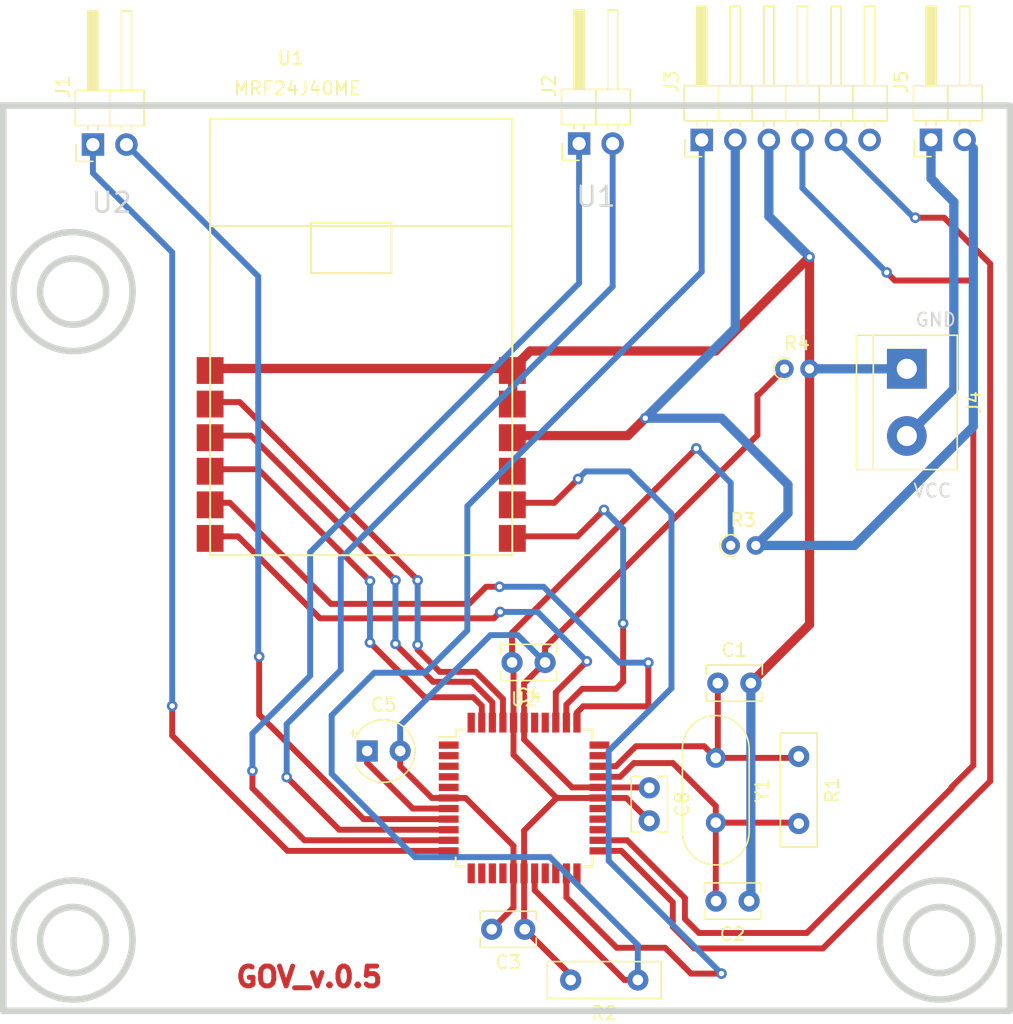
<source format=kicad_pcb>
(kicad_pcb (version 20211014) (generator pcbnew)
  (layers (0 "F.Cu" signal) (31 "B.Cu" signal) (34 "B.Paste" user) (35 "F.Paste" user) (36 "B.SilkS" user "B.Silkscreen") (37 "F.SilkS" user "F.Silkscreen") (38 "B.Mask" user) (39 "F.Mask" user) (44 "Edge.Cuts" user))
  (net 0 "")
  (net 1 "GND")
  (net 2 "Net-(C1-Pad1)")
  (net 3 "Net-(C2-Pad2)")
  (net 4 "Net-(C5-Pad1)")
  (net 5 "Net-(J1-Pad1)")
  (net 6 "Net-(J1-Pad2)")
  (net 7 "Net-(J2-Pad2)")
  (net 8 "Net-(J2-Pad1)")
  (net 9 "Net-(J3-Pad1)")
  (net 10 "Net-(U1-Pad2)")
  (net 11 "Net-(U1-Pad3)")
  (net 12 "Net-(U1-Pad4)")
  (net 13 "Net-(U1-Pad5)")
  (net 14 "Net-(U1-Pad6)")
  (net 15 "Net-(U1-Pad7)")
  (net 16 "Net-(U1-Pad8)")
  (net 29 "Net-(J3-Pad5)")
  (net 30 "Net-(J3-Pad4)")
  (net 40 "V3.3-micro")
  (net 41 "GND-micro")
  (net 42 "+3V3")
  (net 44 "Net-(J4-Pad2)")
  (footprint "Housings_QFP:TQFP-44_10x10mm_Pitch0.8mm" (layer "F.Cu") (at 158.75 105.664)
    (fp_text reference "U2" (at 0 -7.45) (layer "F.SilkS"))
    (fp_text value "DSPIC33EP128GM604")
    (pad "1" smd rect locked (at -5.7 -4) (size 1.5 0.55) (layers "F.Cu" "F.Paste" "F.Mask"))
    (pad "2" smd rect locked (at -5.7 -3.2) (size 1.5 0.55) (layers "F.Cu" "F.Paste" "F.Mask"))
    (pad "3" smd rect locked (at -5.7 -2.4) (size 1.5 0.55) (layers "F.Cu" "F.Paste" "F.Mask"))
    (pad "4" smd rect locked (at -5.7 -1.6) (size 1.5 0.55) (layers "F.Cu" "F.Paste" "F.Mask"))
    (pad "5" smd rect locked (at -5.7 -0.8) (size 1.5 0.55) (layers "F.Cu" "F.Paste" "F.Mask"))
    (pad "6" smd rect locked (at -5.7 0) (size 1.5 0.55) (layers "F.Cu" "F.Paste" "F.Mask") (net 41 "GND-micro"))
    (pad "7" smd rect locked (at -5.7 0.8) (size 1.5 0.55) (layers "F.Cu" "F.Paste" "F.Mask") (net 4 "Net-(C5-Pad1)"))
    (pad "8" smd rect locked (at -5.7 1.6) (size 1.5 0.55) (layers "F.Cu" "F.Paste" "F.Mask") (net 6 "Net-(J1-Pad2)"))
    (pad "9" smd rect locked (at -5.7 2.4) (size 1.5 0.55) (layers "F.Cu" "F.Paste" "F.Mask") (net 7 "Net-(J2-Pad2)"))
    (pad "10" smd rect locked (at -5.7 3.2) (size 1.5 0.55) (layers "F.Cu" "F.Paste" "F.Mask") (net 8 "Net-(J2-Pad1)"))
    (pad "11" smd rect locked (at -5.7 4) (size 1.5 0.55) (layers "F.Cu" "F.Paste" "F.Mask") (net 5 "Net-(J1-Pad1)"))
    (pad "12" smd rect locked (at -4 5.7 90) (size 1.5 0.55) (layers "F.Cu" "F.Paste" "F.Mask"))
    (pad "13" smd rect locked (at -3.2 5.7 90) (size 1.5 0.55) (layers "F.Cu" "F.Paste" "F.Mask"))
    (pad "14" smd rect locked (at -2.4 5.7 90) (size 1.5 0.55) (layers "F.Cu" "F.Paste" "F.Mask"))
    (pad "15" smd rect locked (at -1.6 5.7 90) (size 1.5 0.55) (layers "F.Cu" "F.Paste" "F.Mask"))
    (pad "16" smd rect locked (at -0.8 5.7 90) (size 1.5 0.55) (layers "F.Cu" "F.Paste" "F.Mask") (net 41 "GND-micro"))
    (pad "17" smd rect locked (at 0 5.7 90) (size 1.5 0.55) (layers "F.Cu" "F.Paste" "F.Mask") (net 40 "V3.3-micro"))
    (pad "18" smd rect locked (at 0.8 5.7 90) (size 1.5 0.55) (layers "F.Cu" "F.Paste" "F.Mask") (net 9 "Net-(J3-Pad1)"))
    (pad "19" smd rect locked (at 1.6 5.7 90) (size 1.5 0.55) (layers "F.Cu" "F.Paste" "F.Mask"))
    (pad "20" smd rect locked (at 2.4 5.7 90) (size 1.5 0.55) (layers "F.Cu" "F.Paste" "F.Mask"))
    (pad "21" smd rect locked (at 3.2 5.7 90) (size 1.5 0.55) (layers "F.Cu" "F.Paste" "F.Mask") (net 16 "Net-(U1-Pad8)"))
    (pad "22" smd rect locked (at 4 5.7 90) (size 1.5 0.55) (layers "F.Cu" "F.Paste" "F.Mask"))
    (pad "23" smd rect locked (at 5.7 4) (size 1.5 0.55) (layers "F.Cu" "F.Paste" "F.Mask") (net 29 "Net-(J3-Pad5)"))
    (pad "24" smd rect locked (at 5.7 3.2) (size 1.5 0.55) (layers "F.Cu" "F.Paste" "F.Mask") (net 30 "Net-(J3-Pad4)"))
    (pad "25" smd rect locked (at 5.7 2.4) (size 1.5 0.55) (layers "F.Cu" "F.Paste" "F.Mask"))
    (pad "26" smd rect locked (at 5.7 1.6) (size 1.5 0.55) (layers "F.Cu" "F.Paste" "F.Mask"))
    (pad "27" smd rect locked (at 5.7 0.8) (size 1.5 0.55) (layers "F.Cu" "F.Paste" "F.Mask"))
    (pad "28" smd rect locked (at 5.7 0) (size 1.5 0.55) (layers "F.Cu" "F.Paste" "F.Mask") (net 40 "V3.3-micro"))
    (pad "29" smd rect locked (at 5.7 -0.8) (size 1.5 0.55) (layers "F.Cu" "F.Paste" "F.Mask") (net 41 "GND-micro"))
    (pad "30" smd rect locked (at 5.7 -1.6) (size 1.5 0.55) (layers "F.Cu" "F.Paste" "F.Mask") (net 3 "Net-(C2-Pad2)"))
    (pad "31" smd rect locked (at 5.7 -2.4) (size 1.5 0.55) (layers "F.Cu" "F.Paste" "F.Mask") (net 2 "Net-(C1-Pad1)"))
    (pad "32" smd rect locked (at 5.7 -3.2) (size 1.5 0.55) (layers "F.Cu" "F.Paste" "F.Mask"))
    (pad "33" smd rect locked (at 5.7 -4) (size 1.5 0.55) (layers "F.Cu" "F.Paste" "F.Mask"))
    (pad "34" smd rect locked (at 4 -5.7 90) (size 1.5 0.55) (layers "F.Cu" "F.Paste" "F.Mask") (net 13 "Net-(U1-Pad5)"))
    (pad "35" smd rect locked (at 3.2 -5.7 90) (size 1.5 0.55) (layers "F.Cu" "F.Paste" "F.Mask") (net 15 "Net-(U1-Pad7)"))
    (pad "36" smd rect locked (at 2.4 -5.7 90) (size 1.5 0.55) (layers "F.Cu" "F.Paste" "F.Mask") (net 14 "Net-(U1-Pad6)"))
    (pad "37" smd rect locked (at 1.6 -5.7 90) (size 1.5 0.55) (layers "F.Cu" "F.Paste" "F.Mask"))
    (pad "38" smd rect locked (at 0.8 -5.7 90) (size 1.5 0.55) (layers "F.Cu" "F.Paste" "F.Mask"))
    (pad "39" smd rect locked (at 0 -5.7 90) (size 1.5 0.55) (layers "F.Cu" "F.Paste" "F.Mask") (net 41 "GND-micro"))
    (pad "40" smd rect locked (at -0.8 -5.7 90) (size 1.5 0.55) (layers "F.Cu" "F.Paste" "F.Mask") (net 40 "V3.3-micro"))
    (pad "41" smd rect locked (at -1.6 -5.7 90) (size 1.5 0.55) (layers "F.Cu" "F.Paste" "F.Mask") (net 10 "Net-(U1-Pad2)"))
    (pad "42" smd rect locked (at -2.4 -5.7 90) (size 1.5 0.55) (layers "F.Cu" "F.Paste" "F.Mask") (net 11 "Net-(U1-Pad3)"))
    (pad "43" smd rect locked (at -3.2 -5.7 90) (size 1.5 0.55) (layers "F.Cu" "F.Paste" "F.Mask") (net 12 "Net-(U1-Pad4)"))
    (pad "44" smd rect locked (at -4 -5.7 90) (size 1.5 0.55) (layers "F.Cu" "F.Paste" "F.Mask"))
  )
  (footprint "Capacitor_THT:C_Rect_L4.0mm_W2.5mm_P2.50mm" (layer "F.Cu") (at 173.4058 96.9772)
    (fp_text reference "C1" (at 1.25 -2.5) (layer "F.SilkS"))
    (fp_text value "22pF")
    (pad "1" thru_hole circle locked (at 0 0) (size 1.6 1.6) (drill 0.8) (layers *.Cu *.Mask) (net 2 "Net-(C1-Pad1)"))
    (pad "2" thru_hole circle locked (at 2.5 0) (size 1.6 1.6) (drill 0.8) (layers *.Cu *.Mask) (net 1 "GND"))
  )
  (footprint "Capacitor_THT:C_Rect_L4.0mm_W2.5mm_P2.50mm" (layer "F.Cu") (at 175.7734 113.4618 180)
    (fp_text reference "C2" (at 1.25 -2.5) (layer "F.SilkS"))
    (fp_text value "22pF")
    (pad "1" thru_hole circle locked (at 0 0 180) (size 1.6 1.6) (drill 0.8) (layers *.Cu *.Mask) (net 1 "GND"))
    (pad "2" thru_hole circle locked (at 2.5 0 180) (size 1.6 1.6) (drill 0.8) (layers *.Cu *.Mask) (net 3 "Net-(C2-Pad2)"))
  )
  (footprint "Capacitor_THT:C_Rect_L4.0mm_W2.5mm_P2.50mm" (layer "F.Cu") (at 158.8008 115.5954 180)
    (fp_text reference "C3" (at 1.25 -2.5) (layer "F.SilkS"))
    (fp_text value "0.1uF")
    (pad "1" thru_hole circle locked (at 0 0 180) (size 1.6 1.6) (drill 0.8) (layers *.Cu *.Mask) (net 40 "V3.3-micro"))
    (pad "2" thru_hole circle locked (at 2.5 0 180) (size 1.6 1.6) (drill 0.8) (layers *.Cu *.Mask) (net 41 "GND-micro"))
  )
  (footprint "Capacitor_THT:C_Rect_L4.0mm_W2.5mm_P2.50mm" (layer "F.Cu") (at 160.34 95.4126 180)
    (fp_text reference "C4" (at 1.25 -2.5) (layer "F.SilkS"))
    (fp_text value "0.1uF")
    (pad "1" thru_hole circle locked (at 0 0 180) (size 1.6 1.6) (drill 0.8) (layers *.Cu *.Mask) (net 41 "GND-micro"))
    (pad "2" thru_hole circle locked (at 2.5 0 180) (size 1.6 1.6) (drill 0.8) (layers *.Cu *.Mask) (net 40 "V3.3-micro"))
  )
  (footprint "Capacitor_THT:CP_Radial_Tantal_D4.5mm_P2.50mm" (layer "F.Cu") (at 146.878544 102.108)
    (fp_text reference "C5" (at 1.25 -3.5) (layer "F.SilkS"))
    (fp_text value "10uF")
    (pad "1" thru_hole rect locked (at 0 0) (size 1.6 1.6) (drill 0.8) (layers *.Cu *.Mask) (net 4 "Net-(C5-Pad1)"))
    (pad "2" thru_hole circle locked (at 2.5 0) (size 1.6 1.6) (drill 0.8) (layers *.Cu *.Mask) (net 41 "GND-micro"))
  )
  (footprint "Capacitor_THT:C_Rect_L4.0mm_W2.5mm_P2.50mm" (layer "F.Cu") (at 168.2242 104.8966 -90)
    (fp_text reference "C8" (at 1.25 -2.5 90) (layer "F.SilkS"))
    (fp_text value "0.1uF")
    (pad "1" thru_hole circle locked (at 0 0 270) (size 1.6 1.6) (drill 0.8) (layers *.Cu *.Mask) (net 41 "GND-micro"))
    (pad "2" thru_hole circle locked (at 2.5 0 270) (size 1.6 1.6) (drill 0.8) (layers *.Cu *.Mask) (net 40 "V3.3-micro"))
  )
  (footprint "Connector_PinHeader_2.54mm:PinHeader_1x06_P2.54mm_Horizontal" (layer "F.Cu") (at 172.1866 55.8862 90)
    (fp_text reference "J3" (at 4.385 -2.27 90) (layer "F.SilkS"))
    (fp_text value "Conn_01x06")
    (pad "1" thru_hole rect (at 0 0 90) (size 1.7 1.7) (drill 1) (layers *.Cu *.Mask) (net 9 "Net-(J3-Pad1)"))
    (pad "2" thru_hole oval (at 0 2.54 90) (size 1.7 1.7) (drill 1) (layers *.Cu *.Mask) (net 42 "+3V3"))
    (pad "3" thru_hole oval (at 0 5.08 90) (size 1.7 1.7) (drill 1) (layers *.Cu *.Mask) (net 1 "GND"))
    (pad "4" thru_hole oval (at 0 7.62 90) (size 1.7 1.7) (drill 1) (layers *.Cu *.Mask) (net 30 "Net-(J3-Pad4)"))
    (pad "5" thru_hole oval (at 0 10.16 90) (size 1.7 1.7) (drill 1) (layers *.Cu *.Mask) (net 29 "Net-(J3-Pad5)"))
    (pad "6" thru_hole oval (at 0 12.7 90) (size 1.7 1.7) (drill 1) (layers *.Cu *.Mask))
  )
  (footprint "TerminalBlock:TerminalBlock_bornier-2_P5.08mm" (layer "F.Cu") (at 187.706 73.2028 -90)
    (fp_text reference "J4" (at 2.54 -5.08 90) (layer "F.SilkS"))
    (fp_text value "Conn_01x02")
    (pad "1" thru_hole rect locked (at 0 0 270) (size 3 3) (drill 1.52) (layers *.Cu *.Mask) (net 1 "GND"))
    (pad "2" thru_hole circle locked (at 5.08 0 270) (size 3 3) (drill 1.52) (layers *.Cu *.Mask) (net 44 "Net-(J4-Pad2)"))
  )
  (footprint "Resistor_THT:R_Box_L8.4mm_W2.5mm_P5.08mm" (layer "F.Cu") (at 179.5272 102.5194 -90)
    (fp_text reference "R1" (at 2.54 -2.52 90) (layer "F.SilkS"))
    (fp_text value "1M")
    (pad "1" thru_hole circle locked (at 0 0 270) (size 1.6 1.6) (drill 0.8) (layers *.Cu *.Mask) (net 2 "Net-(C1-Pad1)"))
    (pad "2" thru_hole circle locked (at 5.08 0 270) (size 1.6 1.6) (drill 0.8) (layers *.Cu *.Mask) (net 3 "Net-(C2-Pad2)"))
  )
  (footprint "Resistor_THT:R_Box_L8.4mm_W2.5mm_P5.08mm" (layer "F.Cu") (at 167.3556 119.4308 180)
    (fp_text reference "R2" (at 2.54 -2.52) (layer "F.SilkS"))
    (fp_text value "10K")
    (pad "1" thru_hole circle locked (at 0 0 180) (size 1.6 1.6) (drill 0.8) (layers *.Cu *.Mask) (net 9 "Net-(J3-Pad1)"))
    (pad "2" thru_hole circle locked (at 5.08 0 180) (size 1.6 1.6) (drill 0.8) (layers *.Cu *.Mask) (net 40 "V3.3-micro"))
  )
  (footprint "NCP:MRF24J40ME" (layer "F.Cu") (at 135.001 73.3298)
    (fp_text reference "U1" (at 6.096 -23.622) (layer "F.SilkS"))
    (fp_text value "MRF24J40ME" (at 6.604 -21.336) (layer "F.SilkS"))
    (pad "1" smd rect locked (at 0 0) (size 2.032 2.032) (layers "F.Cu" "F.Paste" "F.Mask") (net 1 "GND") (clearance 0.2032))
    (pad "2" smd rect locked (at 0 2.54) (size 2.032 2.032) (layers "F.Cu" "F.Paste" "F.Mask") (net 10 "Net-(U1-Pad2)") (clearance 0.2032))
    (pad "3" smd rect locked (at 0 5.08) (size 2.032 2.032) (layers "F.Cu" "F.Paste" "F.Mask") (net 11 "Net-(U1-Pad3)") (clearance 0.2032))
    (pad "4" smd rect locked (at 0 7.62) (size 2.032 2.032) (layers "F.Cu" "F.Paste" "F.Mask") (net 12 "Net-(U1-Pad4)") (clearance 0.2032))
    (pad "5" smd rect locked (at 0 10.16) (size 2.032 2.032) (layers "F.Cu" "F.Paste" "F.Mask") (net 13 "Net-(U1-Pad5)") (clearance 0.2032))
    (pad "6" smd rect locked (at 0 12.7) (size 2.032 2.032) (layers "F.Cu" "F.Paste" "F.Mask") (net 14 "Net-(U1-Pad6)") (clearance 0.2032))
    (pad "7" smd rect locked (at 22.86 12.7) (size 2.032 2.032) (layers "F.Cu" "F.Paste" "F.Mask") (net 15 "Net-(U1-Pad7)") (clearance 0.2032))
    (pad "8" smd rect locked (at 22.86 10.16) (size 2.032 2.032) (layers "F.Cu" "F.Paste" "F.Mask") (net 16 "Net-(U1-Pad8)") (clearance 0.2032))
    (pad "9" smd rect locked (at 22.86 7.62) (size 2.032 2.032) (layers "F.Cu" "F.Paste" "F.Mask") (clearance 0.2032))
    (pad "10" smd rect locked (at 22.86 5.08) (size 2.032 2.032) (layers "F.Cu" "F.Paste" "F.Mask") (net 42 "+3V3") (clearance 0.2032))
    (pad "11" smd rect locked (at 22.86 2.54) (size 2.032 2.032) (layers "F.Cu" "F.Paste" "F.Mask") (net 1 "GND") (clearance 0.2032))
    (pad "12" smd rect locked (at 22.86 0) (size 2.032 2.032) (layers "F.Cu" "F.Paste" "F.Mask") (net 1 "GND") (clearance 0.2032))
  )
  (footprint "Crystal:Crystal_HC18-U_Vertical" (layer "F.Cu") (at 173.2534 102.6298 -90)
    (fp_text reference "Y1" (at 2.45 -3.525 90) (layer "F.SilkS"))
    (fp_text value "7.3728")
    (pad "1" thru_hole circle locked (at 0 0 270) (size 1.5 1.5) (drill 0.8) (layers *.Cu *.Mask) (net 2 "Net-(C1-Pad1)"))
    (pad "2" thru_hole circle locked (at 4.9 0 270) (size 1.5 1.5) (drill 0.8) (layers *.Cu *.Mask) (net 3 "Net-(C2-Pad2)"))
  )
  (footprint "Connector_PinHeader_2.54mm:PinHeader_1x02_P2.54mm_Horizontal" (layer "F.Cu") (at 126.1314 56.2418 90)
    (fp_text reference "J1" (at 4.385 -2.27 90) (layer "F.SilkS"))
    (fp_text value "Conn_01x02")
    (pad "1" thru_hole rect (at 0 0 90) (size 1.7 1.7) (drill 1) (layers *.Cu *.Mask) (net 5 "Net-(J1-Pad1)"))
    (pad "2" thru_hole oval (at 0 2.54 90) (size 1.7 1.7) (drill 1) (layers *.Cu *.Mask) (net 6 "Net-(J1-Pad2)"))
  )
  (footprint "Connector_PinHeader_2.54mm:PinHeader_1x02_P2.54mm_Horizontal" (layer "F.Cu") (at 162.9106 56.1656 90)
    (fp_text reference "J2" (at 4.385 -2.27 90) (layer "F.SilkS"))
    (fp_text value "Conn_01x02")
    (pad "1" thru_hole rect (at 0 0 90) (size 1.7 1.7) (drill 1) (layers *.Cu *.Mask) (net 8 "Net-(J2-Pad1)"))
    (pad "2" thru_hole oval (at 0 2.54 90) (size 1.7 1.7) (drill 1) (layers *.Cu *.Mask) (net 7 "Net-(J2-Pad2)"))
  )
  (footprint "Resistor_THT:R_Axial_DIN0204_L3.6mm_D1.6mm_P1.90mm_Vertical" (layer "F.Cu") (at 174.3804 86.5632)
    (fp_text reference "R3" (at 0.95 -1.92) (layer "F.SilkS"))
    (fp_text value "0 ohm")
    (pad "1" thru_hole circle locked (at 0 0) (size 1.4 1.4) (drill 0.7) (layers *.Cu *.Mask) (net 40 "V3.3-micro"))
    (pad "2" thru_hole oval locked (at 1.9 0) (size 1.4 1.4) (drill 0.7) (layers *.Cu *.Mask) (net 42 "+3V3"))
  )
  (footprint "Resistor_THT:R_Axial_DIN0204_L3.6mm_D1.6mm_P1.90mm_Vertical" (layer "F.Cu") (at 178.4443 73.2028)
    (fp_text reference "R4" (at 0.95 -1.92) (layer "F.SilkS"))
    (fp_text value "0 ohm")
    (pad "1" thru_hole circle locked (at 0 0) (size 1.4 1.4) (drill 0.7) (layers *.Cu *.Mask) (net 41 "GND-micro"))
    (pad "2" thru_hole oval locked (at 1.9 0) (size 1.4 1.4) (drill 0.7) (layers *.Cu *.Mask) (net 1 "GND"))
  )
  (footprint "Connector_PinHeader_2.54mm:PinHeader_1x02_P2.54mm_Horizontal" (layer "F.Cu") (at 189.5348 55.88 90)
    (fp_text reference "J5" (at 4.385 -2.27 90) (layer "F.SilkS"))
    (fp_text value "Conn_01x02")
    (pad "1" thru_hole rect (at 0 0 90) (size 1.7 1.7) (drill 1) (layers *.Cu *.Mask) (net 44 "Net-(J4-Pad2)"))
    (pad "2" thru_hole oval (at 0 2.54 90) (size 1.7 1.7) (drill 1) (layers *.Cu *.Mask) (net 42 "+3V3"))
  )
  (gr_circle (center 190.1656 116.4082) (end 192.6656 116.4082) (layer "Edge.Cuts") (width 0.5) (fill none))
  (gr_circle (center 124.6336 116.4082) (end 129.1336 116.4082) (layer "Edge.Cuts") (width 0.5) (fill none))
  (gr_circle (center 124.6336 67.3608) (end 129.1336 67.3608) (layer "Edge.Cuts") (width 0.5) (fill none))
  (gr_circle (center 124.6336 116.4082) (end 127.1336 116.4082) (layer "Edge.Cuts") (width 0.5) (fill none))
  (gr_circle (center 190.1656 116.4082) (end 194.6656 116.4082) (layer "Edge.Cuts") (width 0.5) (fill none))
  (gr_circle (center 124.6336 67.3608) (end 127.1336 67.3608) (layer "Edge.Cuts") (width 0.5) (fill none))
  (gr_rect (start 119.3546 53.2892) (end 195.5038 121.7676) (layer "Edge.Cuts") (width 0.5) (fill none))
  (gr_text "GOV_v.0.5" (at 142.494 119.2022) (layer "F.Cu") (effects (font (size 1.5 1.5) (thickness 0.375))))
  (gr_text "VCC" (at 189.6364 82.423) (layer "Edge.Cuts") (effects (font (size 1 1))))
  (gr_text "GND" (at 189.8904 69.4944) (layer "Edge.Cuts") (effects (font (size 1 1))))
  (gr_text "U1" (at 164.1856 60.1726) (layer "Edge.Cuts") (effects (font (size 1.5 1.5) (thickness 0.2))))
  (gr_text "U2" (at 127.5588 60.6298) (layer "Edge.Cuts") (effects (font (size 1.5 1.5) (thickness 0.2))))
  (segment (start 180.3443 92.5387) (end 175.9058 96.9772) (width 0.7) (layer "F.Cu") (net 1))
  (segment (start 173.231311 71.853289) (end 180.3443 64.7403) (width 0.7) (layer "F.Cu") (net 1))
  (segment (start 180.3443 73.2028) (end 180.3443 92.5387) (width 0.7) (layer "F.Cu") (net 1))
  (segment (start 157.8864 73.1774) (end 159.210511 71.853289) (width 0.7) (layer "F.Cu") (net 1))
  (segment (start 157.8864 73.1774) (end 157.8864 75.7174) (width 0.7) (layer "F.Cu") (net 1))
  (segment (start 159.210511 71.853289) (end 173.231311 71.853289) (width 0.7) (layer "F.Cu") (net 1))
  (segment (start 157.8864 73.1774) (end 135.0264 73.1774) (width 0.7) (layer "F.Cu") (net 1))
  (segment (start 180.3443 73.2028) (end 180.3443 64.7403) (width 0.7) (layer "F.Cu") (net 1))
  (via (at 180.3443 64.7403) (size 0.8) (drill 0.4) (layers "F.Cu" "B.Cu") (net 1))
  (segment (start 180.3443 64.7403) (end 177.2666 61.6626) (width 0.7) (layer "B.Cu") (net 1))
  (segment (start 175.9058 96.9772) (end 175.9058 113.3294) (width 0.7) (layer "B.Cu") (net 1))
  (segment (start 180.3443 73.2028) (end 187.706 73.2028) (width 0.7) (layer "B.Cu") (net 1))
  (segment (start 175.9058 113.3294) (end 175.7734 113.4618) (width 0.7) (layer "B.Cu") (net 1))
  (segment (start 177.2666 61.6626) (end 177.2666 55.8862) (width 0.7) (layer "B.Cu") (net 1))
  (segment (start 179.4168 102.6298) (end 179.5272 102.5194) (width 0.45) (layer "F.Cu") (net 2))
  (segment (start 173.4058 102.4774) (end 173.2534 102.6298) (width 0.45) (layer "F.Cu") (net 2))
  (segment (start 173.4058 96.9772) (end 173.4058 102.4774) (width 0.45) (layer "F.Cu") (net 2))
  (segment (start 167.2082 101.7524) (end 172.376 101.7524) (width 0.45) (layer "F.Cu") (net 2))
  (segment (start 164.45 103.264) (end 165.6966 103.264) (width 0.45) (layer "F.Cu") (net 2))
  (segment (start 173.2534 102.6298) (end 179.4168 102.6298) (width 0.45) (layer "F.Cu") (net 2))
  (segment (start 172.376 101.7524) (end 173.2534 102.6298) (width 0.45) (layer "F.Cu") (net 2))
  (segment (start 165.6966 103.264) (end 167.2082 101.7524) (width 0.45) (layer "F.Cu") (net 2))
  (segment (start 173.2534 107.5298) (end 173.2534 113.4418) (width 0.45) (layer "F.Cu") (net 3))
  (segment (start 170.0022 103.0224) (end 173.2534 106.2736) (width 0.45) (layer "F.Cu") (net 3))
  (segment (start 166.0142 104.064) (end 167.0558 103.0224) (width 0.45) (layer "F.Cu") (net 3))
  (segment (start 173.2534 106.2736) (end 173.2534 107.5298) (width 0.45) (layer "F.Cu") (net 3))
  (segment (start 173.2534 107.5298) (end 179.4576 107.5298) (width 0.45) (layer "F.Cu") (net 3))
  (segment (start 164.45 104.064) (end 166.0142 104.064) (width 0.45) (layer "F.Cu") (net 3))
  (segment (start 179.4576 107.5298) (end 179.5272 107.5994) (width 0.45) (layer "F.Cu") (net 3))
  (segment (start 173.2534 113.4418) (end 173.2734 113.4618) (width 0.45) (layer "F.Cu") (net 3))
  (segment (start 167.0558 103.0224) (end 170.0022 103.0224) (width 0.45) (layer "F.Cu") (net 3))
  (segment (start 146.878544 103.012744) (end 146.878544 102.108) (width 0.45) (layer "F.Cu") (net 4))
  (segment (start 150.3298 106.464) (end 146.878544 103.012744) (width 0.45) (layer "F.Cu") (net 4))
  (segment (start 153.05 106.464) (end 150.3298 106.464) (width 0.45) (layer "F.Cu") (net 4))
  (segment (start 153.05 109.664) (end 140.8552 109.664) (width 0.45) (layer "F.Cu") (net 5))
  (segment (start 132.1308 100.9396) (end 132.1308 98.7044) (width 0.45) (layer "F.Cu") (net 5))
  (segment (start 153.05 109.664) (end 153.05 109.713) (width 0.45) (layer "F.Cu") (net 5))
  (segment (start 140.8552 109.664) (end 132.1308 100.9396) (width 0.45) (layer "F.Cu") (net 5))
  (via (at 132.1308 98.7044) (size 0.8) (drill 0.4) (layers "F.Cu" "B.Cu") (net 5))
  (segment (start 132.1308 64.389) (end 132.1308 98.7044) (width 0.45) (layer "B.Cu") (net 5))
  (segment (start 126.1314 58.3896) (end 132.1308 64.389) (width 0.45) (layer "B.Cu") (net 5))
  (segment (start 126.1314 56.2418) (end 126.1314 58.3896) (width 0.45) (layer "B.Cu") (net 5))
  (segment (start 138.9634 99.6188) (end 138.7348 99.3902) (width 0.45) (layer "F.Cu") (net 6))
  (segment (start 149.1236 107.264) (end 146.6086 107.264) (width 0.45) (layer "F.Cu") (net 6))
  (segment (start 138.9634 99.6188) (end 138.7094 99.3648) (width 0.45) (layer "F.Cu") (net 6))
  (segment (start 148.9962 107.264) (end 149.1236 107.264) (width 0.45) (layer "F.Cu") (net 6))
  (segment (start 146.6086 107.264) (end 138.9634 99.6188) (width 0.45) (layer "F.Cu") (net 6))
  (segment (start 138.7094 99.3648) (end 138.7094 94.9706) (width 0.45) (layer "F.Cu") (net 6))
  (segment (start 149.1236 107.264) (end 153.05 107.264) (width 0.45) (layer "F.Cu") (net 6))
  (via (at 138.7094 94.9706) (size 0.8) (drill 0.4) (layers "F.Cu" "B.Cu") (net 6))
  (segment (start 138.6403 66.2107) (end 138.6403 94.9015) (width 0.45) (layer "B.Cu") (net 6))
  (segment (start 138.6403 94.9015) (end 138.7094 94.9706) (width 0.45) (layer "B.Cu") (net 6))
  (segment (start 138.6403 66.2107) (end 128.6714 56.2418) (width 0.45) (layer "B.Cu") (net 6))
  (segment (start 153.05 108.064) (end 144.767 108.064) (width 0.45) (layer "F.Cu") (net 7))
  (segment (start 144.767 108.064) (end 140.7922 104.0892) (width 0.45) (layer "F.Cu") (net 7))
  (via (at 140.7922 104.0892) (size 0.8) (drill 0.4) (layers "F.Cu" "B.Cu") (net 7))
  (segment (start 140.7922 100.076) (end 144.8816 95.9866) (width 0.45) (layer "B.Cu") (net 7))
  (segment (start 165.4506 66.9848) (end 165.4506 56.1656) (width 0.45) (layer "B.Cu") (net 7))
  (segment (start 140.7922 104.0892) (end 140.7922 100.076) (width 0.45) (layer "B.Cu") (net 7))
  (segment (start 144.8816 87.5538) (end 165.4506 66.9848) (width 0.45) (layer "B.Cu") (net 7))
  (segment (start 144.8816 95.9866) (end 144.8816 87.5538) (width 0.45) (layer "B.Cu") (net 7))
  (segment (start 153.05 108.864) (end 142.138 108.864) (width 0.45) (layer "F.Cu") (net 8))
  (segment (start 142.138 108.864) (end 138.7602 105.4862) (width 0.45) (layer "F.Cu") (net 8))
  (segment (start 138.2014 104.9274) (end 138.2014 103.6066) (width 0.45) (layer "F.Cu") (net 8))
  (segment (start 138.7602 105.4862) (end 138.2014 104.9274) (width 0.45) (layer "F.Cu") (net 8))
  (via (at 138.2014 103.6066) (size 0.8) (drill 0.4) (layers "F.Cu" "B.Cu") (net 8))
  (segment (start 138.2014 100.7872) (end 138.2014 103.6066) (width 0.45) (layer "B.Cu") (net 8))
  (segment (start 162.9106 66.7308) (end 142.5702 87.0712) (width 0.45) (layer "B.Cu") (net 8))
  (segment (start 162.9106 56.1656) (end 162.9106 66.7308) (width 0.45) (layer "B.Cu") (net 8))
  (segment (start 142.5702 96.4184) (end 138.2014 100.7872) (width 0.45) (layer "B.Cu") (net 8))
  (segment (start 142.5702 87.0712) (end 142.5702 96.4184) (width 0.45) (layer "B.Cu") (net 8))
  (segment (start 159.55 111.364) (end 159.55 112.638022) (width 0.45) (layer "F.Cu") (net 9))
  (segment (start 166.342778 119.4308) (end 167.3556 119.4308) (width 0.45) (layer "F.Cu") (net 9))
  (segment (start 159.55 112.638022) (end 166.342778 119.4308) (width 0.45) (layer "F.Cu") (net 9))
  (segment (start 172.1866 65.8622) (end 172.1866 55.8862) (width 0.45) (layer "B.Cu") (net 9))
  (segment (start 144.1958 99.4156) (end 147.4216 96.1898) (width 0.45) (layer "B.Cu") (net 9))
  (segment (start 160.7058 110.1344) (end 150.495 110.1344) (width 0.45) (layer "B.Cu") (net 9))
  (segment (start 150.495 110.1344) (end 144.1958 103.8352) (width 0.45) (layer "B.Cu") (net 9))
  (segment (start 167.3556 119.4308) (end 167.3556 116.7842) (width 0.45) (layer "B.Cu") (net 9))
  (segment (start 154.4574 83.5914) (end 172.1866 65.8622) (width 0.45) (layer "B.Cu") (net 9))
  (segment (start 147.4216 96.1898) (end 151.257 96.1898) (width 0.45) (layer "B.Cu") (net 9))
  (segment (start 151.257 96.1898) (end 154.4574 92.9894) (width 0.45) (layer "B.Cu") (net 9))
  (segment (start 144.1958 103.8352) (end 144.1958 99.4156) (width 0.45) (layer "B.Cu") (net 9))
  (segment (start 167.3556 116.7842) (end 160.7058 110.1344) (width 0.45) (layer "B.Cu") (net 9))
  (segment (start 154.4574 92.9894) (end 154.4574 83.5914) (width 0.45) (layer "B.Cu") (net 9))
  (segment (start 152.3746 96.12608) (end 150.6982 94.44968) (width 0.45) (layer "F.Cu") (net 10))
  (segment (start 137.2362 75.7174) (end 135.0264 75.7174) (width 0.45) (layer "F.Cu") (net 10))
  (segment (start 155.106066 96.12608) (end 152.3746 96.12608) (width 0.45) (layer "F.Cu") (net 10))
  (segment (start 150.6982 94.44968) (end 150.6982 94.0816) (width 0.45) (layer "F.Cu") (net 10))
  (segment (start 157.15 98.170014) (end 155.106066 96.12608) (width 0.45) (layer "F.Cu") (net 10))
  (segment (start 150.6982 89.1794) (end 137.2362 75.7174) (width 0.45) (layer "F.Cu") (net 10))
  (segment (start 157.15 99.964) (end 157.15 98.170014) (width 0.45) (layer "F.Cu") (net 10))
  (segment (start 150.6982 89.2048) (end 150.6982 89.1794) (width 0.45) (layer "F.Cu") (net 10))
  (via (at 150.6982 94.0816) (size 0.8) (drill 0.4) (layers "F.Cu" "B.Cu") (net 10))
  (via (at 150.6982 89.2048) (size 0.8) (drill 0.4) (layers "F.Cu" "B.Cu") (net 10))
  (segment (start 150.6982 89.2048) (end 150.6982 94.0816) (width 0.45) (layer "B.Cu") (net 10))
  (segment (start 151.8666 96.8756) (end 149.0218 94.0308) (width 0.45) (layer "F.Cu") (net 11))
  (segment (start 154.795604 96.8756) (end 151.8666 96.8756) (width 0.45) (layer "F.Cu") (net 11))
  (segment (start 156.35 99.964) (end 156.35 98.429996) (width 0.45) (layer "F.Cu") (net 11))
  (segment (start 135.0264 78.2574) (end 138.0744 78.2574) (width 0.45) (layer "F.Cu") (net 11))
  (segment (start 156.35 98.429996) (end 154.795604 96.8756) (width 0.45) (layer "F.Cu") (net 11))
  (segment (start 138.0744 78.2574) (end 149.0218 89.2048) (width 0.45) (layer "F.Cu") (net 11))
  (segment (start 149.0218 94.0308) (end 149.0218 94.0054) (width 0.45) (layer "F.Cu") (net 11))
  (via (at 149.0218 94.0054) (size 0.8) (drill 0.4) (layers "F.Cu" "B.Cu") (net 11))
  (via (at 149.0218 89.2048) (size 0.8) (drill 0.4) (layers "F.Cu" "B.Cu") (net 11))
  (segment (start 149.0218 94.0054) (end 149.0218 89.2048) (width 0.45) (layer "B.Cu") (net 11))
  (segment (start 138.6332 80.7974) (end 135.0264 80.7974) (width 0.45) (layer "F.Cu") (net 12))
  (segment (start 155.55 98.689978) (end 155.55 99.964) (width 0.45) (layer "F.Cu") (net 12))
  (segment (start 154.904022 98.044) (end 155.55 98.689978) (width 0.45) (layer "F.Cu") (net 12))
  (segment (start 147.0914 89.2556) (end 138.6332 80.7974) (width 0.45) (layer "F.Cu") (net 12))
  (segment (start 147.0914 93.9038) (end 151.2316 98.044) (width 0.45) (layer "F.Cu") (net 12))
  (segment (start 151.2316 98.044) (end 154.904022 98.044) (width 0.45) (layer "F.Cu") (net 12))
  (via (at 147.0914 93.9038) (size 0.8) (drill 0.4) (layers "F.Cu" "B.Cu") (net 12))
  (via (at 147.0914 89.2556) (size 0.8) (drill 0.4) (layers "F.Cu" "B.Cu") (net 12))
  (segment (start 147.0914 89.2556) (end 147.0914 93.9038) (width 0.45) (layer "B.Cu") (net 12))
  (segment (start 135.0264 83.3374) (end 136.4924 83.3374) (width 0.45) (layer "F.Cu") (net 13))
  (segment (start 168.0972 98.7298) (end 168.148 98.679) (width 0.45) (layer "F.Cu") (net 13))
  (segment (start 154.5844 90.9828) (end 155.8798 89.6874) (width 0.45) (layer "F.Cu") (net 13))
  (segment (start 136.4924 83.3374) (end 144.1378 90.9828) (width 0.45) (layer "F.Cu") (net 13))
  (segment (start 162.75 99.2002) (end 163.2204 98.7298) (width 0.45) (layer "F.Cu") (net 13))
  (segment (start 168.148 98.679) (end 168.148 95.4278) (width 0.45) (layer "F.Cu") (net 13))
  (segment (start 163.2204 98.7298) (end 168.0972 98.7298) (width 0.45) (layer "F.Cu") (net 13))
  (segment (start 162.75 99.964) (end 162.75 99.2002) (width 0.45) (layer "F.Cu") (net 13))
  (segment (start 155.8798 89.6874) (end 156.8958 89.6874) (width 0.45) (layer "F.Cu") (net 13))
  (segment (start 144.1378 90.9828) (end 154.5844 90.9828) (width 0.45) (layer "F.Cu") (net 13))
  (via (at 156.8958 89.6874) (size 0.8) (drill 0.4) (layers "F.Cu" "B.Cu") (net 13))
  (via (at 168.148 95.4278) (size 0.8) (drill 0.4) (layers "F.Cu" "B.Cu") (net 13))
  (segment (start 156.8958 89.6874) (end 160.2232 89.6874) (width 0.45) (layer "B.Cu") (net 13))
  (segment (start 165.9636 95.4278) (end 168.148 95.4278) (width 0.45) (layer "B.Cu") (net 13))
  (segment (start 160.2232 89.6874) (end 165.9636 95.4278) (width 0.45) (layer "B.Cu") (net 13))
  (segment (start 143.3068 92.075) (end 156.464 92.075) (width 0.45) (layer "F.Cu") (net 14))
  (segment (start 156.464 92.075) (end 156.9466 91.5924) (width 0.45) (layer "F.Cu") (net 14))
  (segment (start 163.4998 95.3262) (end 161.150489 97.675511) (width 0.45) (layer "F.Cu") (net 14))
  (segment (start 137.1092 85.8774) (end 143.3068 92.075) (width 0.45) (layer "F.Cu") (net 14))
  (segment (start 161.150489 97.675511) (end 161.150489 99.2124) (width 0.45) (layer "F.Cu") (net 14))
  (segment (start 135.0264 85.8774) (end 137.1092 85.8774) (width 0.45) (layer "F.Cu") (net 14))
  (via (at 156.9466 91.5924) (size 0.8) (drill 0.4) (layers "F.Cu" "B.Cu") (net 14))
  (via (at 163.4998 95.3262) (size 0.8) (drill 0.4) (layers "F.Cu" "B.Cu") (net 14))
  (segment (start 159.766 91.5924) (end 163.4998 95.3262) (width 0.45) (layer "B.Cu") (net 14))
  (segment (start 156.9466 91.5924) (end 159.766 91.5924) (width 0.45) (layer "B.Cu") (net 14))
  (segment (start 161.95 98.6032) (end 163.1442 97.409) (width 0.45) (layer "F.Cu") (net 15))
  (segment (start 163.1442 97.409) (end 165.7096 97.409) (width 0.45) (layer "F.Cu") (net 15))
  (segment (start 166.243 96.8756) (end 166.243 92.456) (width 0.45) (layer "F.Cu") (net 15))
  (segment (start 157.8864 85.8774) (end 162.7886 85.8774) (width 0.45) (layer "F.Cu") (net 15))
  (segment (start 161.95 99.964) (end 161.95 98.6032) (width 0.45) (layer "F.Cu") (net 15))
  (segment (start 162.7886 85.8774) (end 164.7952 83.8708) (width 0.45) (layer "F.Cu") (net 15))
  (segment (start 165.7096 97.409) (end 166.243 96.8756) (width 0.45) (layer "F.Cu") (net 15))
  (via (at 166.243 92.456) (size 0.8) (drill 0.4) (layers "F.Cu" "B.Cu") (net 15))
  (via (at 164.7952 83.8708) (size 0.8) (drill 0.4) (layers "F.Cu" "B.Cu") (net 15))
  (segment (start 166.243 92.456) (end 166.243 85.3186) (width 0.45) (layer "B.Cu") (net 15))
  (segment (start 166.243 85.3186) (end 164.7952 83.8708) (width 0.45) (layer "B.Cu") (net 15))
  (segment (start 161.950489 111.364) (end 161.950489 113.182489) (width 0.45) (layer "F.Cu") (net 16))
  (segment (start 169.418 116.9924) (end 171.3738 118.9482) (width 0.45) (layer "F.Cu") (net 16))
  (segment (start 171.3738 118.9482) (end 173.6852 118.9482) (width 0.45) (layer "F.Cu") (net 16))
  (segment (start 157.8864 83.3374) (end 161.036 83.3374) (width 0.45) (layer "F.Cu") (net 16))
  (segment (start 165.7604 116.9924) (end 169.418 116.9924) (width 0.45) (layer "F.Cu") (net 16))
  (segment (start 161.950489 113.182489) (end 165.7604 116.9924) (width 0.45) (layer "F.Cu") (net 16))
  (segment (start 161.036 83.3374) (end 162.8394 81.534) (width 0.45) (layer "F.Cu") (net 16))
  (via (at 173.6852 118.9482) (size 0.8) (drill 0.4) (layers "F.Cu" "B.Cu") (net 16))
  (via (at 162.8394 81.534) (size 0.8) (drill 0.4) (layers "F.Cu" "B.Cu") (net 16))
  (segment (start 169.9006 84.1502) (end 169.9006 97.3582) (width 0.45) (layer "B.Cu") (net 16))
  (segment (start 169.9006 97.3582) (end 165.1508 102.108) (width 0.45) (layer "B.Cu") (net 16))
  (segment (start 165.1508 110.4138) (end 173.6852 118.9482) (width 0.45) (layer "B.Cu") (net 16))
  (segment (start 165.1508 102.108) (end 165.1508 110.4138) (width 0.45) (layer "B.Cu") (net 16))
  (segment (start 163.408311 80.965089) (end 166.715489 80.965089) (width 0.45) (layer "B.Cu") (net 16))
  (segment (start 162.8394 81.534) (end 163.408311 80.965089) (width 0.45) (layer "B.Cu") (net 16))
  (segment (start 166.715489 80.965089) (end 169.9006 84.1502) (width 0.45) (layer "B.Cu") (net 16))
  (segment (start 164.45 109.664) (end 166.1028 109.664) (width 0.45) (layer "F.Cu") (net 29))
  (segment (start 194.0052 104.394) (end 194.0052 65.2526) (width 0.45) (layer "F.Cu") (net 29))
  (segment (start 170.0022 113.5634) (end 170.0022 115.4176) (width 0.45) (layer "F.Cu") (net 29))
  (segment (start 170.0022 115.4176) (end 171.6278 117.0432) (width 0.45) (layer "F.Cu") (net 29))
  (segment (start 190.5254 61.7728) (end 188.341 61.7728) (width 0.45) (layer "F.Cu") (net 29))
  (segment (start 171.6278 117.0432) (end 181.356 117.0432) (width 0.45) (layer "F.Cu") (net 29))
  (segment (start 194.0052 65.2526) (end 190.5254 61.7728) (width 0.45) (layer "F.Cu") (net 29))
  (segment (start 166.1028 109.664) (end 170.0022 113.5634) (width 0.45) (layer "F.Cu") (net 29))
  (segment (start 181.356 117.0432) (end 194.0052 104.394) (width 0.45) (layer "F.Cu") (net 29))
  (via (at 188.341 61.7728) (size 0.8) (drill 0.4) (layers "F.Cu" "B.Cu") (net 29))
  (segment (start 182.3466 55.8862) (end 188.2332 61.7728) (width 0.45) (layer "B.Cu") (net 29))
  (segment (start 188.2332 61.7728) (end 188.341 61.7728) (width 0.45) (layer "B.Cu") (net 29))
  (segment (start 180.1368 115.8748) (end 191.087111 104.924489) (width 0.45) (layer "F.Cu") (net 30))
  (segment (start 191.087111 104.848289) (end 192.7352 103.2002) (width 0.45) (layer "F.Cu") (net 30))
  (segment (start 170.9166 113.2332) (end 170.9166 114.808) (width 0.45) (layer "F.Cu") (net 30))
  (segment (start 166.5474 108.864) (end 170.9166 113.2332) (width 0.45) (layer "F.Cu") (net 30))
  (segment (start 164.45 108.864) (end 166.5474 108.864) (width 0.45) (layer "F.Cu") (net 30))
  (segment (start 186.7916 66.5226) (end 186.182 65.913) (width 0.45) (layer "F.Cu") (net 30))
  (segment (start 192.7352 66.5226) (end 186.7916 66.5226) (width 0.45) (layer "F.Cu") (net 30))
  (segment (start 192.7352 103.2002) (end 192.7352 66.5226) (width 0.45) (layer "F.Cu") (net 30))
  (segment (start 171.9834 115.8748) (end 180.1368 115.8748) (width 0.45) (layer "F.Cu") (net 30))
  (segment (start 170.9166 114.808) (end 171.9834 115.8748) (width 0.45) (layer "F.Cu") (net 30))
  (segment (start 191.087111 104.924489) (end 191.087111 104.848289) (width 0.45) (layer "F.Cu") (net 30))
  (via (at 186.182 65.913) (size 0.8) (drill 0.4) (layers "F.Cu" "B.Cu") (net 30))
  (segment (start 179.8066 55.8862) (end 179.8066 59.5376) (width 0.45) (layer "B.Cu") (net 30))
  (segment (start 179.8066 59.5376) (end 186.182 65.913) (width 0.45) (layer "B.Cu") (net 30))
  (segment (start 161.2138 105.664) (end 157.95 102.4002) (width 0.45) (layer "F.Cu") (net 40))
  (segment (start 157.95 95.5226) (end 157.95 99.964) (width 0.45) (layer "F.Cu") (net 40))
  (segment (start 157.95 102.4002) (end 157.95 99.964) (width 0.45) (layer "F.Cu") (net 40))
  (segment (start 162.2756 119.0702) (end 162.2756 119.4308) (width 0.45) (layer "F.Cu") (net 40))
  (segment (start 158.8008 115.5954) (end 158.75 115.5446) (width 0.45) (layer "F.Cu") (net 40))
  (segment (start 157.84 93.1628) (end 171.7802 79.2226) (width 0.45) (layer "F.Cu") (net 40))
  (segment (start 158.8008 115.5954) (end 162.2756 119.0702) (width 0.45) (layer "F.Cu") (net 40))
  (segment (start 166.4916 105.664) (end 168.2242 107.3966) (width 0.45) (layer "F.Cu") (net 40))
  (segment (start 157.84 95.4126) (end 157.84 93.1628) (width 0.45) (layer "F.Cu") (net 40))
  (segment (start 158.75 115.5446) (end 158.75 111.364) (width 0.45) (layer "F.Cu") (net 40))
  (segment (start 157.84 95.4126) (end 157.95 95.5226) (width 0.45) (layer "F.Cu") (net 40))
  (segment (start 164.45 105.664) (end 166.4916 105.664) (width 0.45) (layer "F.Cu") (net 40))
  (segment (start 164.45 105.664) (end 161.2138 105.664) (width 0.45) (layer "F.Cu") (net 40))
  (segment (start 158.75 111.364) (end 158.75 108.1278) (width 0.45) (layer "F.Cu") (net 40))
  (segment (start 158.75 108.1278) (end 161.2138 105.664) (width 0.45) (layer "F.Cu") (net 40))
  (via (at 171.7802 79.2226) (size 0.8) (drill 0.4) (layers "F.Cu" "B.Cu") (net 40))
  (segment (start 171.7802 79.2226) (end 174.3804 81.8228) (width 0.45) (layer "B.Cu") (net 40))
  (segment (start 174.3804 81.8228) (end 174.3804 86.5632) (width 0.45) (layer "B.Cu") (net 40))
  (segment (start 149.378544 103.266566) (end 149.378544 102.108) (width 0.45) (layer "F.Cu") (net 41))
  (segment (start 153.05 105.664) (end 151.775978 105.664) (width 0.45) (layer "F.Cu") (net 41))
  (segment (start 157.95 109.289978) (end 154.324022 105.664) (width 0.45) (layer "F.Cu") (net 41))
  (segment (start 157.95 111.364) (end 157.95 109.289978) (width 0.45) (layer "F.Cu") (net 41))
  (segment (start 158.75 97.0026) (end 158.75 99.964) (width 0.45) (layer "F.Cu") (net 41))
  (segment (start 154.324022 105.664) (end 153.05 105.664) (width 0.45) (layer "F.Cu") (net 41))
  (segment (start 158.75 99.964) (end 158.75 101.238022) (width 0.45) (layer "F.Cu") (net 41))
  (segment (start 162.375978 104.864) (end 164.45 104.864) (width 0.45) (layer "F.Cu") (net 41))
  (segment (start 164.45 104.864) (end 168.1916 104.864) (width 0.45) (layer "F.Cu") (net 41))
  (segment (start 168.1916 104.864) (end 168.2242 104.8966) (width 0.45) (layer "F.Cu") (net 41))
  (segment (start 160.34 95.4126) (end 160.34 94.28123) (width 0.45) (layer "F.Cu") (net 41))
  (segment (start 160.34 94.28123) (end 176.403 78.21823) (width 0.45) (layer "F.Cu") (net 41))
  (segment (start 158.75 101.238022) (end 162.375978 104.864) (width 0.45) (layer "F.Cu") (net 41))
  (segment (start 157.95 111.364) (end 157.95 113.9462) (width 0.45) (layer "F.Cu") (net 41))
  (segment (start 151.775978 105.664) (end 149.378544 103.266566) (width 0.45) (layer "F.Cu") (net 41))
  (segment (start 160.34 95.4126) (end 158.75 97.0026) (width 0.45) (layer "F.Cu") (net 41))
  (segment (start 176.403 78.21823) (end 176.403 75.184) (width 0.45) (layer "F.Cu") (net 41))
  (segment (start 176.4631 75.184) (end 178.4443 73.2028) (width 0.45) (layer "F.Cu") (net 41))
  (segment (start 176.403 75.184) (end 176.4631 75.184) (width 0.45) (layer "F.Cu") (net 41))
  (segment (start 157.95 113.9462) (end 156.3008 115.5954) (width 0.45) (layer "F.Cu") (net 41))
  (segment (start 149.378544 102.108) (end 149.378544 100.176456) (width 0.45) (layer "B.Cu") (net 41))
  (segment (start 178.4443 73.5653) (end 178.4443 73.2028) (width 0.5) (layer "B.Cu") (net 41))
  (segment (start 158.2724 93.345) (end 160.34 95.4126) (width 0.45) (layer "B.Cu") (net 41))
  (segment (start 149.378544 100.176456) (end 156.21 93.345) (width 0.45) (layer "B.Cu") (net 41))
  (segment (start 156.21 93.345) (end 158.2724 93.345) (width 0.45) (layer "B.Cu") (net 41))
  (segment (start 157.8864 78.2574) (end 166.5986 78.2574) (width 0.7) (layer "F.Cu") (net 42))
  (segment (start 166.5986 78.2574) (end 167.9194 76.9366) (width 0.7) (layer "F.Cu") (net 42))
  (via (at 167.9194 76.9366) (size 0.8) (drill 0.4) (layers "F.Cu" "B.Cu") (net 42))
  (segment (start 178.7144 84.1292) (end 176.2804 86.5632) (width 0.7) (layer "B.Cu") (net 42))
  (segment (start 178.7144 81.9658) (end 173.6852 76.9366) (width 0.7) (layer "B.Cu") (net 42))
  (segment (start 192.7352 77.5716) (end 183.7436 86.5632) (width 0.7) (layer "B.Cu") (net 42))
  (segment (start 192.7352 56.5404) (end 192.7352 77.5716) (width 0.7) (layer "B.Cu") (net 42))
  (segment (start 174.7266 70.1294) (end 174.7266 55.8862) (width 0.7) (layer "B.Cu") (net 42))
  (segment (start 173.6852 76.9366) (end 167.9194 76.9366) (width 0.7) (layer "B.Cu") (net 42))
  (segment (start 183.7436 86.5632) (end 176.2804 86.5632) (width 0.7) (layer "B.Cu") (net 42))
  (segment (start 167.9194 76.9366) (end 174.7266 70.1294) (width 0.7) (layer "B.Cu") (net 42))
  (segment (start 178.7144 81.9658) (end 178.7144 84.1292) (width 0.7) (layer "B.Cu") (net 42))
  (segment (start 192.0748 55.88) (end 192.7352 56.5404) (width 0.7) (layer "B.Cu") (net 42))
  (segment (start 189.5348 55.88) (end 189.5348 58.801) (width 0.7) (layer "B.Cu") (net 44))
  (segment (start 189.855511 59.172511) (end 191.262 60.579) (width 0.7) (layer "B.Cu") (net 44))
  (segment (start 191.262 60.579) (end 191.262 74.7268) (width 0.7) (layer "B.Cu") (net 44))
  (segment (start 189.855511 59.121711) (end 189.855511 59.172511) (width 0.7) (layer "B.Cu") (net 44))
  (segment (start 191.262 74.7268) (end 187.706 78.2828) (width 0.7) (layer "B.Cu") (net 44))
  (segment (start 189.5348 58.801) (end 189.855511 59.121711) (width 0.7) (layer "B.Cu") (net 44))
)
</source>
